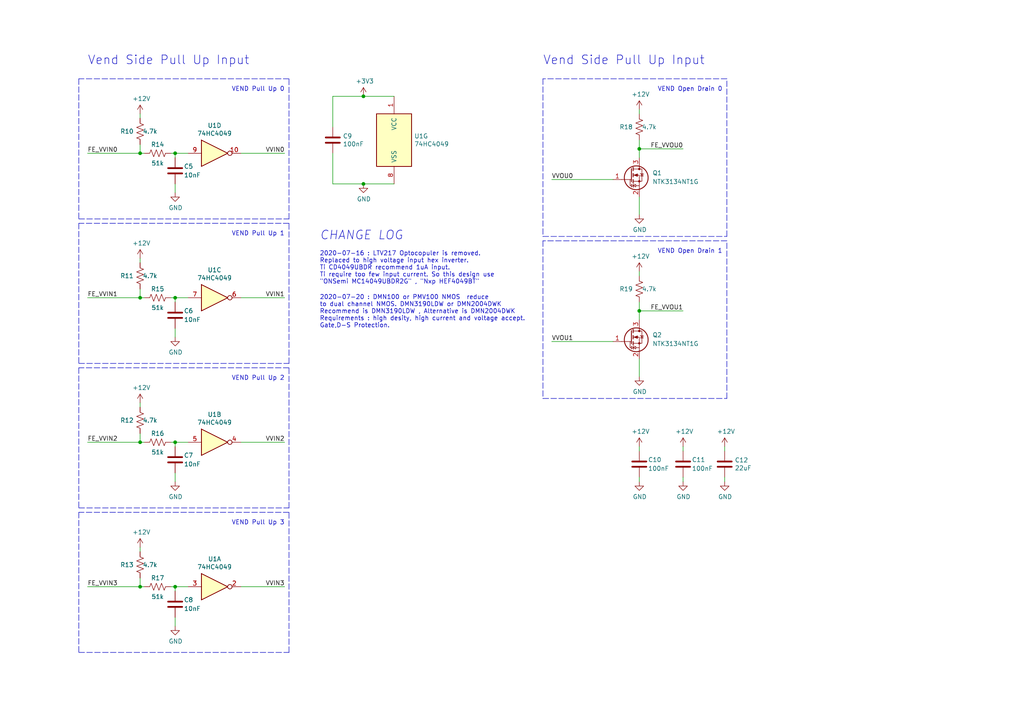
<source format=kicad_sch>
(kicad_sch (version 20210621) (generator eeschema)
  (paper "A4")
  (lib_symbols
    (symbol "4xxx:4049" (pin_names (offset 1.016))
      (property "Reference" "U" (at 0 1.27 0))
      (property "Value" "4049" (at 0 -1.27 0))
      (symbol "4049_1_0"
        (polyline (pts (xy -3.81 3.81) (xy -3.81 -3.81) (xy 3.81 0) (xy -3.81 3.81)) (stroke (width 0.254)) (fill (type background)))
        (pin output inverted (at 7.62 0 180) (length 3.81) (name "~") (number "2"))
        (pin input line (at -7.62 0 0) (length 3.81) (name "~") (number "3"))
      )
      (symbol "4049_2_0"
        (polyline (pts (xy -3.81 3.81) (xy -3.81 -3.81) (xy 3.81 0) (xy -3.81 3.81)) (stroke (width 0.254)) (fill (type background)))
        (pin output inverted (at 7.62 0 180) (length 3.81) (name "~") (number "4"))
        (pin input line (at -7.62 0 0) (length 3.81) (name "~") (number "5"))
      )
      (symbol "4049_3_0"
        (polyline (pts (xy -3.81 3.81) (xy -3.81 -3.81) (xy 3.81 0) (xy -3.81 3.81)) (stroke (width 0.254)) (fill (type background)))
        (pin output inverted (at 7.62 0 180) (length 3.81) (name "~") (number "6"))
        (pin input line (at -7.62 0 0) (length 3.81) (name "~") (number "7"))
      )
      (symbol "4049_4_0"
        (polyline (pts (xy -3.81 3.81) (xy -3.81 -3.81) (xy 3.81 0) (xy -3.81 3.81)) (stroke (width 0.254)) (fill (type background)))
        (pin output inverted (at 7.62 0 180) (length 3.81) (name "~") (number "10"))
        (pin input line (at -7.62 0 0) (length 3.81) (name "~") (number "9"))
      )
      (symbol "4049_5_0"
        (polyline (pts (xy -3.81 3.81) (xy -3.81 -3.81) (xy 3.81 0) (xy -3.81 3.81)) (stroke (width 0.254)) (fill (type background)))
        (pin input line (at -7.62 0 0) (length 3.81) (name "~") (number "11"))
        (pin output inverted (at 7.62 0 180) (length 3.81) (name "~") (number "12"))
      )
      (symbol "4049_6_0"
        (polyline (pts (xy -3.81 3.81) (xy -3.81 -3.81) (xy 3.81 0) (xy -3.81 3.81)) (stroke (width 0.254)) (fill (type background)))
        (pin input line (at -7.62 0 0) (length 3.81) (name "~") (number "14"))
        (pin output inverted (at 7.62 0 180) (length 3.81) (name "~") (number "15"))
      )
      (symbol "4049_7_0"
        (pin power_in line (at 0 12.7 270) (length 5.08) (name "VCC") (number "1"))
        (pin power_in line (at 0 -12.7 90) (length 5.08) (name "VSS") (number "8"))
      )
      (symbol "4049_7_1"
        (rectangle (start -5.08 7.62) (end 5.08 -7.62) (stroke (width 0.254)) (fill (type background)))
      )
    )
    (symbol "Device:C" (pin_numbers hide) (pin_names (offset 0.254))
      (property "Reference" "C" (at 0.635 2.54 0))
      (property "Value" "C" (at 0.635 -2.54 0))
      (symbol "C_0_1"
        (polyline (pts (xy -2.032 -0.762) (xy 2.032 -0.762)) (stroke (width 0.508)))
        (polyline (pts (xy -2.032 0.762) (xy 2.032 0.762)) (stroke (width 0.508)))
      )
      (symbol "C_1_1"
        (pin passive line (at 0 3.81 270) (length 2.794) (name "~") (number "1"))
        (pin passive line (at 0 -3.81 90) (length 2.794) (name "~") (number "2"))
      )
    )
    (symbol "Device:R_US" (pin_numbers hide) (pin_names (offset 0))
      (property "Reference" "R" (at 2.54 0 90))
      (property "Value" "R_US" (at -2.54 0 90))
      (symbol "R_US_0_1"
        (polyline (pts (xy 0 -2.286) (xy 0 -2.54)))
        (polyline (pts (xy 0 2.286) (xy 0 2.54)))
        (polyline (pts (xy 0 -0.762) (xy 1.016 -1.143) (xy 0 -1.524) (xy -1.016 -1.905) (xy 0 -2.286)))
        (polyline (pts (xy 0 0.762) (xy 1.016 0.381) (xy 0 0) (xy -1.016 -0.381) (xy 0 -0.762)))
        (polyline (pts (xy 0 2.286) (xy 1.016 1.905) (xy 0 1.524) (xy -1.016 1.143) (xy 0 0.762)))
      )
      (symbol "R_US_1_1"
        (pin passive line (at 0 3.81 270) (length 1.27) (name "~") (number "1"))
        (pin passive line (at 0 -3.81 90) (length 1.27) (name "~") (number "2"))
      )
    )
    (symbol "Transistor_FET_Extended:DMN100-7-F" (pin_names hide)
      (property "Reference" "Q" (at 5.08 1.905 0))
      (property "Value" "DMN100-7-F" (at 5.08 0 0))
      (symbol "DMN100-7-F_0_1"
        (circle (center 2.54 -0.508) (radius 0.254) (fill (type outline)))
        (circle (center 2.54 3.048) (radius 0.254) (fill (type outline)))
        (polyline (pts (xy 0.254 0) (xy -2.54 0)))
        (polyline (pts (xy 0.254 3.175) (xy 0.254 -0.635)) (stroke (width 0.254)))
        (polyline (pts (xy 0.762 0) (xy 0.762 -1.016)) (stroke (width 0.254)))
        (polyline (pts (xy 0.762 1.778) (xy 0.762 0.762)) (stroke (width 0.254)))
        (polyline (pts (xy 0.762 3.556) (xy 0.762 2.54)) (stroke (width 0.254)))
        (polyline (pts (xy 2.54 -1.778) (xy 1.524 -1.778)))
        (polyline (pts (xy 2.54 3.81) (xy 2.54 3.048)))
        (polyline (pts (xy -0.127 0) (xy -0.127 -1.778) (xy 0.254 -1.778)))
        (polyline (pts (xy 2.54 -2.54) (xy 2.54 1.27) (xy 0.762 1.27)))
        (polyline (pts (xy 0.762 -0.508) (xy 3.302 -0.508) (xy 3.302 3.048) (xy 0.762 3.048)))
        (polyline (pts (xy 2.794 1.778) (xy 2.921 1.651) (xy 3.683 1.651) (xy 3.81 1.524)))
        (polyline (pts (xy 3.302 1.651) (xy 2.921 1.016) (xy 3.683 1.016) (xy 3.302 1.651)))
        (polyline (pts (xy 1.016 1.27) (xy 2.032 1.651) (xy 2.032 0.889) (xy 1.016 1.27)) (fill (type outline)))
      )
      (symbol "DMN100-7-F_1_1"
        (circle (center 1.651 0.508) (radius 3.4544) (stroke (width 0.254)))
        (polyline (pts (xy 0.762 -2.286) (xy 0.889 -2.159) (xy 0.889 -1.397) (xy 1.016 -1.27)))
        (polyline (pts (xy 0.889 -1.778) (xy 0.254 -1.397) (xy 0.254 -2.159) (xy 0.889 -1.778)))
        (polyline (pts (xy 0.889 -1.778) (xy 1.524 -2.159) (xy 1.524 -1.397) (xy 0.889 -1.778)))
        (pin input line (at -5.08 0 0) (length 2.54) (name "G") (number "1"))
        (pin passive line (at 2.54 -5.08 90) (length 2.54) (name "S") (number "2"))
        (pin passive line (at 2.54 6.35 270) (length 2.54) (name "D") (number "3"))
      )
    )
    (symbol "power:+12V" (power) (pin_names (offset 0))
      (property "Value" "+12V" (at 0 3.556 0))
      (symbol "+12V_0_1"
        (polyline (pts (xy -0.762 1.27) (xy 0 2.54)))
        (polyline (pts (xy 0 0) (xy 0 2.54)))
        (polyline (pts (xy 0 2.54) (xy 0.762 1.27)))
      )
      (symbol "+12V_1_1"
        (pin power_in line (at 0 0 90) (length 0) hide (name "+12V") (number "1"))
      )
    )
    (symbol "power:+3V3" (power) (pin_names (offset 0))
      (property "Value" "+3V3" (at 0 3.556 0))
      (symbol "+3V3_0_1"
        (polyline (pts (xy -0.762 1.27) (xy 0 2.54)))
        (polyline (pts (xy 0 0) (xy 0 2.54)))
        (polyline (pts (xy 0 2.54) (xy 0.762 1.27)))
      )
      (symbol "+3V3_1_1"
        (pin power_in line (at 0 0 90) (length 0) hide (name "+3V3") (number "1"))
      )
    )
    (symbol "power:GND" (power) (pin_names (offset 0))
      (property "Value" "GND" (at 0 -3.81 0))
      (symbol "GND_0_1"
        (polyline (pts (xy 0 0) (xy 0 -1.27) (xy 1.27 -1.27) (xy 0 -2.54) (xy -1.27 -1.27) (xy 0 -1.27)))
      )
      (symbol "GND_1_1"
        (pin power_in line (at 0 0 270) (length 0) hide (name "GND") (number "1"))
      )
    )
  )
  (junction (at 40.64 44.45) (diameter 0.9144))
  (junction (at 40.64 86.36) (diameter 0.9144))
  (junction (at 40.64 128.27) (diameter 0.9144))
  (junction (at 40.64 170.18) (diameter 0.9144))
  (junction (at 50.8 44.45) (diameter 0.9144))
  (junction (at 50.8 86.36) (diameter 0.9144))
  (junction (at 50.8 128.27) (diameter 0.9144))
  (junction (at 50.8 170.18) (diameter 0.9144))
  (junction (at 105.41 27.94) (diameter 0.9144))
  (junction (at 105.41 53.34) (diameter 0.9144))
  (junction (at 185.42 43.18) (diameter 0.9144))
  (junction (at 185.42 90.17) (diameter 0.9144))
  (junction (at 384.81 69.85) (diameter 0.9144))
  (junction (at 384.81 102.87) (diameter 0.9144))
  (wire (pts (xy 25.4 44.45) (xy 40.64 44.45)))
  (wire (pts (xy 25.4 86.36) (xy 40.64 86.36)))
  (wire (pts (xy 25.4 128.27) (xy 40.64 128.27)))
  (wire (pts (xy 25.4 170.18) (xy 40.64 170.18)))
  (wire (pts (xy 40.64 34.29) (xy 40.64 33.02)))
  (wire (pts (xy 40.64 41.91) (xy 40.64 44.45)))
  (wire (pts (xy 40.64 76.2) (xy 40.64 74.93)))
  (wire (pts (xy 40.64 83.82) (xy 40.64 86.36)))
  (wire (pts (xy 40.64 118.11) (xy 40.64 116.84)))
  (wire (pts (xy 40.64 125.73) (xy 40.64 128.27)))
  (wire (pts (xy 40.64 160.02) (xy 40.64 158.75)))
  (wire (pts (xy 40.64 167.64) (xy 40.64 170.18)))
  (wire (pts (xy 41.91 44.45) (xy 40.64 44.45)))
  (wire (pts (xy 41.91 86.36) (xy 40.64 86.36)))
  (wire (pts (xy 41.91 128.27) (xy 40.64 128.27)))
  (wire (pts (xy 41.91 170.18) (xy 40.64 170.18)))
  (wire (pts (xy 49.53 44.45) (xy 50.8 44.45)))
  (wire (pts (xy 49.53 86.36) (xy 50.8 86.36)))
  (wire (pts (xy 49.53 128.27) (xy 50.8 128.27)))
  (wire (pts (xy 49.53 170.18) (xy 50.8 170.18)))
  (wire (pts (xy 50.8 44.45) (xy 54.61 44.45)))
  (wire (pts (xy 50.8 45.72) (xy 50.8 44.45)))
  (wire (pts (xy 50.8 55.88) (xy 50.8 53.34)))
  (wire (pts (xy 50.8 86.36) (xy 54.61 86.36)))
  (wire (pts (xy 50.8 87.63) (xy 50.8 86.36)))
  (wire (pts (xy 50.8 97.79) (xy 50.8 95.25)))
  (wire (pts (xy 50.8 128.27) (xy 54.61 128.27)))
  (wire (pts (xy 50.8 129.54) (xy 50.8 128.27)))
  (wire (pts (xy 50.8 139.7) (xy 50.8 137.16)))
  (wire (pts (xy 50.8 170.18) (xy 54.61 170.18)))
  (wire (pts (xy 50.8 171.45) (xy 50.8 170.18)))
  (wire (pts (xy 50.8 181.61) (xy 50.8 179.07)))
  (wire (pts (xy 82.55 44.45) (xy 69.85 44.45)))
  (wire (pts (xy 82.55 86.36) (xy 69.85 86.36)))
  (wire (pts (xy 82.55 128.27) (xy 69.85 128.27)))
  (wire (pts (xy 82.55 170.18) (xy 69.85 170.18)))
  (wire (pts (xy 96.52 27.94) (xy 105.41 27.94)))
  (wire (pts (xy 96.52 36.83) (xy 96.52 27.94)))
  (wire (pts (xy 96.52 44.45) (xy 96.52 53.34)))
  (wire (pts (xy 96.52 53.34) (xy 105.41 53.34)))
  (wire (pts (xy 105.41 53.34) (xy 114.3 53.34)))
  (wire (pts (xy 114.3 27.94) (xy 105.41 27.94)))
  (wire (pts (xy 160.02 52.07) (xy 177.8 52.07)))
  (wire (pts (xy 160.02 99.06) (xy 177.8 99.06)))
  (wire (pts (xy 185.42 33.02) (xy 185.42 31.75)))
  (wire (pts (xy 185.42 40.64) (xy 185.42 43.18)))
  (wire (pts (xy 185.42 43.18) (xy 185.42 45.72)))
  (wire (pts (xy 185.42 57.15) (xy 185.42 62.23)))
  (wire (pts (xy 185.42 80.01) (xy 185.42 78.74)))
  (wire (pts (xy 185.42 87.63) (xy 185.42 90.17)))
  (wire (pts (xy 185.42 90.17) (xy 185.42 92.71)))
  (wire (pts (xy 185.42 104.14) (xy 185.42 109.22)))
  (wire (pts (xy 185.42 130.81) (xy 185.42 129.54)))
  (wire (pts (xy 185.42 139.7) (xy 185.42 138.43)))
  (wire (pts (xy 198.12 43.18) (xy 185.42 43.18)))
  (wire (pts (xy 198.12 90.17) (xy 185.42 90.17)))
  (wire (pts (xy 198.12 130.81) (xy 198.12 129.54)))
  (wire (pts (xy 198.12 139.7) (xy 198.12 138.43)))
  (wire (pts (xy 210.185 129.54) (xy 210.185 130.81)))
  (wire (pts (xy 210.185 139.7) (xy 210.185 138.43)))
  (wire (pts (xy 359.41 69.85) (xy 375.92 69.85)))
  (wire (pts (xy 359.41 102.87) (xy 375.92 102.87)))
  (wire (pts (xy 383.54 69.85) (xy 384.81 69.85)))
  (wire (pts (xy 383.54 102.87) (xy 384.81 102.87)))
  (wire (pts (xy 384.81 69.85) (xy 388.62 69.85)))
  (wire (pts (xy 384.81 71.12) (xy 384.81 69.85)))
  (wire (pts (xy 384.81 80.01) (xy 384.81 78.74)))
  (wire (pts (xy 384.81 102.87) (xy 388.62 102.87)))
  (wire (pts (xy 384.81 104.14) (xy 384.81 102.87)))
  (wire (pts (xy 384.81 113.03) (xy 384.81 111.76)))
  (wire (pts (xy 384.81 128.905) (xy 384.81 130.175)))
  (wire (pts (xy 384.81 139.065) (xy 384.81 137.795)))
  (wire (pts (xy 416.56 69.85) (xy 403.86 69.85)))
  (wire (pts (xy 416.56 102.87) (xy 403.86 102.87)))
  (polyline (pts (xy 22.86 22.86) (xy 22.86 63.5)) (stroke (width 0) (type dash)))
  (polyline (pts (xy 22.86 63.5) (xy 83.82 63.5)) (stroke (width 0) (type dash)))
  (polyline (pts (xy 22.86 64.77) (xy 22.86 105.41)) (stroke (width 0) (type dash)))
  (polyline (pts (xy 22.86 105.41) (xy 83.82 105.41)) (stroke (width 0) (type dash)))
  (polyline (pts (xy 22.86 106.68) (xy 22.86 147.32)) (stroke (width 0) (type dash)))
  (polyline (pts (xy 22.86 147.32) (xy 83.82 147.32)) (stroke (width 0) (type dash)))
  (polyline (pts (xy 22.86 148.59) (xy 22.86 189.23)) (stroke (width 0) (type dash)))
  (polyline (pts (xy 22.86 189.23) (xy 83.82 189.23)) (stroke (width 0) (type dash)))
  (polyline (pts (xy 83.82 22.86) (xy 22.86 22.86)) (stroke (width 0) (type dash)))
  (polyline (pts (xy 83.82 63.5) (xy 83.82 22.86)) (stroke (width 0) (type dash)))
  (polyline (pts (xy 83.82 64.77) (xy 22.86 64.77)) (stroke (width 0) (type dash)))
  (polyline (pts (xy 83.82 105.41) (xy 83.82 64.77)) (stroke (width 0) (type dash)))
  (polyline (pts (xy 83.82 106.68) (xy 22.86 106.68)) (stroke (width 0) (type dash)))
  (polyline (pts (xy 83.82 147.32) (xy 83.82 106.68)) (stroke (width 0) (type dash)))
  (polyline (pts (xy 83.82 148.59) (xy 22.86 148.59)) (stroke (width 0) (type dash)))
  (polyline (pts (xy 83.82 189.23) (xy 83.82 148.59)) (stroke (width 0) (type dash)))
  (polyline (pts (xy 157.48 22.86) (xy 157.48 68.58)) (stroke (width 0) (type dash)))
  (polyline (pts (xy 157.48 68.58) (xy 210.82 68.58)) (stroke (width 0) (type dash)))
  (polyline (pts (xy 157.48 69.85) (xy 157.48 115.57)) (stroke (width 0) (type dash)))
  (polyline (pts (xy 157.48 115.57) (xy 210.82 115.57)) (stroke (width 0) (type dash)))
  (polyline (pts (xy 210.82 22.86) (xy 157.48 22.86)) (stroke (width 0) (type dash)))
  (polyline (pts (xy 210.82 68.58) (xy 210.82 22.86)) (stroke (width 0) (type dash)))
  (polyline (pts (xy 210.82 69.85) (xy 157.48 69.85)) (stroke (width 0) (type dash)))
  (polyline (pts (xy 210.82 115.57) (xy 210.82 69.85)) (stroke (width 0) (type dash)))
  (polyline (pts (xy 356.87 55.88) (xy 356.87 86.36)) (stroke (width 0) (type dash)))
  (polyline (pts (xy 356.87 86.36) (xy 417.83 86.36)) (stroke (width 0) (type dash)))
  (polyline (pts (xy 356.87 88.9) (xy 356.87 119.38)) (stroke (width 0) (type dash)))
  (polyline (pts (xy 356.87 119.38) (xy 417.83 119.38)) (stroke (width 0) (type dash)))
  (polyline (pts (xy 417.83 55.88) (xy 356.87 55.88)) (stroke (width 0) (type dash)))
  (polyline (pts (xy 417.83 55.88) (xy 417.83 86.36)) (stroke (width 0) (type dash)))
  (polyline (pts (xy 417.83 88.9) (xy 356.87 88.9)) (stroke (width 0) (type dash)))
  (polyline (pts (xy 417.83 88.9) (xy 417.83 119.38)) (stroke (width 0) (type dash)))
  (text "Vend Side Pull Up Input" (at 25.4 19.05 0) (effects (font (size 2.54 2.54)) (justify left bottom)))
  (text "VEND Pull Up 0" (at 82.55 26.67 180) (effects (font (size 1.27 1.27)) (justify right bottom)))
  (text "VEND Pull Up 1" (at 82.55 68.58 180) (effects (font (size 1.27 1.27)) (justify right bottom)))
  (text "VEND Pull Up 2" (at 82.55 110.49 180) (effects (font (size 1.27 1.27)) (justify right bottom)))
  (text "VEND Pull Up 3" (at 82.55 152.4 180) (effects (font (size 1.27 1.27)) (justify right bottom)))
  (text "CHANGE LOG" (at 92.71 69.85 0) (effects (font (size 2.54 2.54) italic) (justify left bottom)))
  (text "2020-07-16 : LTV217 Optocopuler is removed.\nReplaced to high voltage input hex inverter.\nTi CD4049UBDR recommend 1uA input.\nTi require too few input current. So this design use\n\"ONSemi MC14049UBDR2G\" , \"Nxp HEF4049BT\"" (at 92.71 82.55 0) (effects (font (size 1.27 1.27)) (justify left bottom)))
  (text "2020-07-20 : DMN100 or PMV100 NMOS  reduce\nto dual channel NMOS. DMN3190LDW or DMN2004DWK\nRecommend is DMN3190LDW , Alternative is DMN2004DWK\nRequirements : high desity, high current and voltage accept.\nGate,D-S Protection." (at 92.71 95.25 0) (effects (font (size 1.27 1.27)) (justify left bottom)))
  (text "Vend Side Pull Up Input" (at 157.48 19.05 0) (effects (font (size 2.54 2.54)) (justify left bottom)))
  (text "VEND Open Drain 0" (at 209.55 26.67 180) (effects (font (size 1.27 1.27)) (justify right bottom)))
  (text "VEND Open Drain 1" (at 209.55 73.66 180) (effects (font (size 1.27 1.27)) (justify right bottom)))
  (text "2020-07-20 : DMN100 or PMV100 NMOS  reduce\nto dual channel NMOS.\nRecommend is DMN3190LDW and\nAlternative is DMN2004DWK\nRequirements : high desity, high current , Volt accept.\nGate,D-S Protection." (at 303.53 100.33 0) (effects (font (size 1.27 1.27)) (justify left bottom)))
  (text "PCB Side extSignal Invert Input" (at 356.87 53.34 0) (effects (font (size 2.54 2.54)) (justify left bottom)))
  (text "PCB Sig Invert 0" (at 415.29 59.69 180) (effects (font (size 1.27 1.27)) (justify right bottom)))
  (text "PCB Sig Invert 1" (at 415.29 92.71 180) (effects (font (size 1.27 1.27)) (justify right bottom)))
  (label "FE_VVIN0" (at 25.4 44.45 0))
  (label "FE_VVIN1" (at 25.4 86.36 0))
  (label "FE_VVIN2" (at 25.4 128.27 0))
  (label "FE_VVIN3" (at 25.4 170.18 0))
  (label "VVIN0" (at 82.55 44.45 180))
  (label "VVIN1" (at 82.55 86.36 180))
  (label "VVIN2" (at 82.55 128.27 180))
  (label "VVIN3" (at 82.55 170.18 180))
  (label "VVOU0" (at 160.02 52.07 0))
  (label "VVOU1" (at 160.02 99.06 0))
  (label "FE_VVOU0" (at 198.12 43.18 180))
  (label "FE_VVOU1" (at 198.12 90.17 180))
  (label "FE_PCIN0" (at 359.41 69.85 0))
  (label "FE_PCIN1" (at 359.41 102.87 0))
  (label "PCIN0" (at 416.56 69.85 180))
  (label "PCIN1" (at 416.56 102.87 180))
  (symbol (lib_id "power:+12V") (at 40.64 33.02 0) (unit 1)
    (property "Reference" "#PWR017" (effects hide))
    (property "Value" "+12V" (at 41.021 28.6258 0))
  )
  (symbol (lib_id "power:+12V") (at 40.64 74.93 0) (unit 1)
    (property "Reference" "#PWR018" (effects hide))
    (property "Value" "+12V" (at 41.021 70.5358 0))
  )
  (symbol (lib_id "power:+12V") (at 40.64 116.84 0) (unit 1)
    (property "Reference" "#PWR019" (effects hide))
    (property "Value" "+12V" (at 41.021 112.4458 0))
  )
  (symbol (lib_id "power:+12V") (at 40.64 158.75 0) (unit 1)
    (property "Reference" "#PWR020" (effects hide))
    (property "Value" "+12V" (at 41.021 154.3558 0))
  )
  (symbol (lib_id "power:+3V3") (at 105.41 27.94 0) (unit 1)
    (property "Reference" "#PWR025" (effects hide))
    (property "Value" "+3V3" (at 105.791 23.5458 0))
  )
  (symbol (lib_id "power:+12V") (at 185.42 31.75 0) (unit 1)
    (property "Reference" "#PWR027" (effects hide))
    (property "Value" "+12V" (at 185.801 27.3558 0))
  )
  (symbol (lib_id "power:+12V") (at 185.42 78.74 0) (unit 1)
    (property "Reference" "#PWR029" (effects hide))
    (property "Value" "+12V" (at 185.801 74.3458 0))
  )
  (symbol (lib_id "power:+12V") (at 185.42 129.54 0) (unit 1)
    (property "Reference" "#PWR031" (effects hide))
    (property "Value" "+12V" (at 185.801 125.1458 0))
  )
  (symbol (lib_id "power:+12V") (at 198.12 129.54 0) (unit 1)
    (property "Reference" "#PWR033" (effects hide))
    (property "Value" "+12V" (at 198.501 125.1458 0))
  )
  (symbol (lib_id "power:+12V") (at 210.185 129.54 0) (unit 1)
    (property "Reference" "#PWR035" (effects hide))
    (property "Value" "+12V" (at 210.566 125.1458 0))
  )
  (symbol (lib_id "power:+12V") (at 384.81 128.905 0) (unit 1)
    (property "Reference" "#PWR039" (effects hide))
    (property "Value" "+12V" (at 385.191 124.5108 0))
  )
  (symbol (lib_id "power:GND") (at 50.8 55.88 0) (unit 1)
    (property "Reference" "#PWR021" (effects hide))
    (property "Value" "GND" (at 50.927 60.2742 0))
  )
  (symbol (lib_id "power:GND") (at 50.8 97.79 0) (unit 1)
    (property "Reference" "#PWR022" (effects hide))
    (property "Value" "GND" (at 50.927 102.1842 0))
  )
  (symbol (lib_id "power:GND") (at 50.8 139.7 0) (unit 1)
    (property "Reference" "#PWR023" (effects hide))
    (property "Value" "GND" (at 50.927 144.0942 0))
  )
  (symbol (lib_id "power:GND") (at 50.8 181.61 0) (unit 1)
    (property "Reference" "#PWR024" (effects hide))
    (property "Value" "GND" (at 50.927 186.0042 0))
  )
  (symbol (lib_id "power:GND") (at 105.41 53.34 0) (unit 1)
    (property "Reference" "#PWR026" (effects hide))
    (property "Value" "GND" (at 105.537 57.7342 0))
  )
  (symbol (lib_id "power:GND") (at 185.42 62.23 0) (unit 1)
    (property "Reference" "#PWR028" (effects hide))
    (property "Value" "GND" (at 185.547 66.6242 0))
  )
  (symbol (lib_id "power:GND") (at 185.42 109.22 0) (unit 1)
    (property "Reference" "#PWR030" (effects hide))
    (property "Value" "GND" (at 185.547 113.6142 0))
  )
  (symbol (lib_id "power:GND") (at 185.42 139.7 0) (unit 1)
    (property "Reference" "#PWR032" (effects hide))
    (property "Value" "GND" (at 185.547 144.0942 0))
  )
  (symbol (lib_id "power:GND") (at 198.12 139.7 0) (unit 1)
    (property "Reference" "#PWR034" (effects hide))
    (property "Value" "GND" (at 198.247 144.0942 0))
  )
  (symbol (lib_id "power:GND") (at 210.185 139.7 0) (unit 1)
    (property "Reference" "#PWR036" (effects hide))
    (property "Value" "GND" (at 210.312 144.0942 0))
  )
  (symbol (lib_id "power:GND") (at 384.81 80.01 0) (unit 1)
    (property "Reference" "#PWR037" (effects hide))
    (property "Value" "GND" (at 384.937 84.4042 0))
  )
  (symbol (lib_id "power:GND") (at 384.81 113.03 0) (unit 1)
    (property "Reference" "#PWR038" (effects hide))
    (property "Value" "GND" (at 384.937 117.4242 0))
  )
  (symbol (lib_id "power:GND") (at 384.81 139.065 0) (unit 1)
    (property "Reference" "#PWR040" (effects hide))
    (property "Value" "GND" (at 384.937 143.4592 0))
  )
  (symbol (lib_id "Device:R_US") (at 40.64 38.1 180) (unit 1)
    (property "Reference" "R10" (at 36.83 38.1 0))
    (property "Value" "4.7k" (at 43.5356 38.1 0))
    (property "Footprint" "Resistor_SMD:R_0402_1005Metric" (effects hide))
    (property "LCSC Part" "C25900" (effects hide))
    (property "MFR.Part#" "0402WGF4701TCE" (effects hide))
    (property "Manufacturer" "ANY" (effects hide))
    (property "Mount" "SMD" (effects hide))
    (property "ODR.Part#" "RES 4.7k 1005" (effects hide))
    (property "Packaging" "1005" (effects hide))
    (property "Supplier" "JLCPCB-Basic" (effects hide))
  )
  (symbol (lib_id "Device:R_US") (at 40.64 80.01 180) (unit 1)
    (property "Reference" "R11" (at 36.83 80.01 0))
    (property "Value" "4.7k" (at 43.5356 80.01 0))
    (property "Footprint" "Resistor_SMD:R_0402_1005Metric" (effects hide))
    (property "LCSC Part" "C25900" (effects hide))
    (property "MFR.Part#" "0402WGF4701TCE" (effects hide))
    (property "Manufacturer" "ANY" (effects hide))
    (property "Mount" "SMD" (effects hide))
    (property "ODR.Part#" "RES 4.7k 1005" (effects hide))
    (property "Packaging" "1005" (effects hide))
    (property "Supplier" "JLCPCB-Basic" (effects hide))
  )
  (symbol (lib_id "Device:R_US") (at 40.64 121.92 180) (unit 1)
    (property "Reference" "R12" (at 36.83 121.92 0))
    (property "Value" "4.7k" (at 43.5356 121.92 0))
    (property "Footprint" "Resistor_SMD:R_0402_1005Metric" (effects hide))
    (property "LCSC Part" "C25900" (effects hide))
    (property "MFR.Part#" "0402WGF4701TCE" (effects hide))
    (property "Manufacturer" "ANY" (effects hide))
    (property "Mount" "SMD" (effects hide))
    (property "ODR.Part#" "RES 4.7k 1005" (effects hide))
    (property "Packaging" "1005" (effects hide))
    (property "Supplier" "JLCPCB-Basic" (effects hide))
  )
  (symbol (lib_id "Device:R_US") (at 40.64 163.83 180) (unit 1)
    (property "Reference" "R13" (at 36.83 163.83 0))
    (property "Value" "4.7k" (at 43.5356 163.83 0))
    (property "Footprint" "Resistor_SMD:R_0402_1005Metric" (effects hide))
    (property "LCSC Part" "C25900" (effects hide))
    (property "MFR.Part#" "0402WGF4701TCE" (effects hide))
    (property "Manufacturer" "ANY" (effects hide))
    (property "Mount" "SMD" (effects hide))
    (property "ODR.Part#" "RES 4.7k 1005" (effects hide))
    (property "Packaging" "1005" (effects hide))
    (property "Supplier" "JLCPCB-Basic" (effects hide))
  )
  (symbol (lib_id "Device:R_US") (at 45.72 44.45 90) (unit 1)
    (property "Reference" "R14" (at 45.72 41.91 90))
    (property "Value" "51k" (at 45.72 47.3456 90))
    (property "Footprint" "Resistor_SMD:R_0402_1005Metric" (effects hide))
    (property "LCSC Part" "C25794" (effects hide))
    (property "MFR.Part#" "0402WGF5102TCE" (effects hide))
    (property "Manufacturer" "ANY" (effects hide))
    (property "Mount" "SMD" (effects hide))
    (property "ODR.Part#" "RES 51k 1005" (effects hide))
    (property "Packaging" "1005" (effects hide))
    (property "Supplier" "JLCPCB-Basic" (effects hide))
  )
  (symbol (lib_id "Device:R_US") (at 45.72 86.36 90) (unit 1)
    (property "Reference" "R15" (at 45.72 83.82 90))
    (property "Value" "51k" (at 45.72 89.2556 90))
    (property "Footprint" "Resistor_SMD:R_0402_1005Metric" (effects hide))
    (property "LCSC Part" "C25794" (effects hide))
    (property "MFR.Part#" "0402WGF5102TCE" (effects hide))
    (property "Manufacturer" "ANY" (effects hide))
    (property "Mount" "SMD" (effects hide))
    (property "ODR.Part#" "RES 51k 1005" (effects hide))
    (property "Packaging" "1005" (effects hide))
    (property "Supplier" "JLCPCB-Basic" (effects hide))
  )
  (symbol (lib_id "Device:R_US") (at 45.72 128.27 90) (unit 1)
    (property "Reference" "R16" (at 45.72 125.73 90))
    (property "Value" "51k" (at 45.72 131.1656 90))
    (property "Footprint" "Resistor_SMD:R_0402_1005Metric" (effects hide))
    (property "LCSC Part" "C25794" (effects hide))
    (property "MFR.Part#" "0402WGF5102TCE" (effects hide))
    (property "Manufacturer" "ANY" (effects hide))
    (property "Mount" "SMD" (effects hide))
    (property "ODR.Part#" "RES 51k 1005" (effects hide))
    (property "Packaging" "1005" (effects hide))
    (property "Supplier" "JLCPCB-Basic" (effects hide))
  )
  (symbol (lib_id "Device:R_US") (at 45.72 170.18 90) (unit 1)
    (property "Reference" "R17" (at 45.72 167.64 90))
    (property "Value" "51k" (at 45.72 173.0756 90))
    (property "Footprint" "Resistor_SMD:R_0402_1005Metric" (effects hide))
    (property "LCSC Part" "C25794" (effects hide))
    (property "MFR.Part#" "0402WGF5102TCE" (effects hide))
    (property "Manufacturer" "ANY" (effects hide))
    (property "Mount" "SMD" (effects hide))
    (property "ODR.Part#" "RES 51k 1005" (effects hide))
    (property "Packaging" "1005" (effects hide))
    (property "Supplier" "JLCPCB-Basic" (effects hide))
  )
  (symbol (lib_id "Device:R_US") (at 185.42 36.83 180) (unit 1)
    (property "Reference" "R18" (at 181.61 36.83 0))
    (property "Value" "4.7k" (at 188.3156 36.83 0))
    (property "Footprint" "Resistor_SMD:R_0402_1005Metric" (effects hide))
    (property "LCSC Part" "C25900" (effects hide))
    (property "MFR.Part#" "0402WGF4701TCE" (effects hide))
    (property "Manufacturer" "ANY" (effects hide))
    (property "Mount" "SMD" (effects hide))
    (property "ODR.Part#" "RES 4.7k 1005" (effects hide))
    (property "Packaging" "1005" (effects hide))
    (property "Supplier" "JLCPCB-Basic" (effects hide))
  )
  (symbol (lib_id "Device:R_US") (at 185.42 83.82 180) (unit 1)
    (property "Reference" "R19" (at 181.61 83.82 0))
    (property "Value" "4.7k" (at 188.3156 83.82 0))
    (property "Footprint" "Resistor_SMD:R_0402_1005Metric" (effects hide))
    (property "LCSC Part" "C25900" (effects hide))
    (property "MFR.Part#" "0402WGF4701TCE" (effects hide))
    (property "Manufacturer" "ANY" (effects hide))
    (property "Mount" "SMD" (effects hide))
    (property "ODR.Part#" "RES 4.7k 1005" (effects hide))
    (property "Packaging" "1005" (effects hide))
    (property "Supplier" "JLCPCB-Basic" (effects hide))
  )
  (symbol (lib_id "Device:R_US") (at 379.73 69.85 90) (unit 1)
    (property "Reference" "R20" (at 379.73 67.31 90))
    (property "Value" "51k" (at 379.73 72.7456 90))
    (property "Footprint" "Resistor_SMD:R_0402_1005Metric" (effects hide))
    (property "LCSC Part" "C25794" (effects hide))
    (property "MFR.Part#" "0402WGF5102TCE" (effects hide))
    (property "Manufacturer" "ANY" (effects hide))
    (property "Mount" "SMD" (effects hide))
    (property "ODR.Part#" "RES 51k 1005" (effects hide))
    (property "Packaging" "1005" (effects hide))
    (property "Supplier" "JLCPCB-Basic" (effects hide))
  )
  (symbol (lib_id "Device:R_US") (at 379.73 102.87 90) (unit 1)
    (property "Reference" "R21" (at 379.73 100.33 90))
    (property "Value" "51k" (at 379.73 105.7656 90))
    (property "Footprint" "Resistor_SMD:R_0402_1005Metric" (effects hide))
    (property "LCSC Part" "C25794" (effects hide))
    (property "MFR.Part#" "0402WGF5102TCE" (effects hide))
    (property "Manufacturer" "ANY" (effects hide))
    (property "Mount" "SMD" (effects hide))
    (property "ODR.Part#" "RES 51k 1005" (effects hide))
    (property "Packaging" "1005" (effects hide))
    (property "Supplier" "JLCPCB-Basic" (effects hide))
  )
  (symbol (lib_id "Device:C") (at 50.8 49.53 0) (unit 1)
    (property "Reference" "C5" (at 53.34 48.26 0) (effects (justify left)))
    (property "Value" "10nF" (at 53.34 50.8 0) (effects (justify left)))
    (property "Footprint" "Capacitor_SMD:C_0402_1005Metric" (effects hide))
    (property "Datasheet" "https://www.samsungsem.com/resources/file/global/support/product_catalog/MLCC.pdf" (effects hide))
    (property "LCSC Part" "C15195" (effects hide))
    (property "MFR.Part#" "CL05B103KB5NNNC" (effects hide))
    (property "Manufacturer" "ANY" (effects hide))
    (property "Mount" "SMD" (effects hide))
    (property "ODR.Part#" "CAP 10nF 1005" (effects hide))
    (property "Packaging" "1005" (effects hide))
    (property "Supplier" "JLCPCB-Basic" (effects hide))
  )
  (symbol (lib_id "Device:C") (at 50.8 91.44 0) (unit 1)
    (property "Reference" "C6" (at 53.34 90.17 0) (effects (justify left)))
    (property "Value" "10nF" (at 53.34 92.71 0) (effects (justify left)))
    (property "Footprint" "Capacitor_SMD:C_0402_1005Metric" (effects hide))
    (property "Datasheet" "https://www.samsungsem.com/resources/file/global/support/product_catalog/MLCC.pdf" (effects hide))
    (property "LCSC Part" "C15195" (effects hide))
    (property "MFR.Part#" "CL05B103KB5NNNC" (effects hide))
    (property "Manufacturer" "ANY" (effects hide))
    (property "Mount" "SMD" (effects hide))
    (property "ODR.Part#" "CAP 10nF 1005" (effects hide))
    (property "Packaging" "1005" (effects hide))
    (property "Supplier" "JLCPCB-Basic" (effects hide))
  )
  (symbol (lib_id "Device:C") (at 50.8 133.35 0) (unit 1)
    (property "Reference" "C7" (at 53.34 132.08 0) (effects (justify left)))
    (property "Value" "10nF" (at 53.34 134.62 0) (effects (justify left)))
    (property "Footprint" "Capacitor_SMD:C_0402_1005Metric" (effects hide))
    (property "Datasheet" "https://www.samsungsem.com/resources/file/global/support/product_catalog/MLCC.pdf" (effects hide))
    (property "LCSC Part" "C15195" (effects hide))
    (property "MFR.Part#" "CL05B103KB5NNNC" (effects hide))
    (property "Manufacturer" "ANY" (effects hide))
    (property "Mount" "SMD" (effects hide))
    (property "ODR.Part#" "CAP 10nF 1005" (effects hide))
    (property "Packaging" "1005" (effects hide))
    (property "Supplier" "JLCPCB-Basic" (effects hide))
  )
  (symbol (lib_id "Device:C") (at 50.8 175.26 0) (unit 1)
    (property "Reference" "C8" (at 53.34 173.99 0) (effects (justify left)))
    (property "Value" "10nF" (at 53.34 176.53 0) (effects (justify left)))
    (property "Footprint" "Capacitor_SMD:C_0402_1005Metric" (effects hide))
    (property "Datasheet" "https://www.samsungsem.com/resources/file/global/support/product_catalog/MLCC.pdf" (effects hide))
    (property "LCSC Part" "C15195" (effects hide))
    (property "MFR.Part#" "CL05B103KB5NNNC" (effects hide))
    (property "Manufacturer" "ANY" (effects hide))
    (property "Mount" "SMD" (effects hide))
    (property "ODR.Part#" "CAP 10nF 1005" (effects hide))
    (property "Packaging" "1005" (effects hide))
    (property "Supplier" "JLCPCB-Basic" (effects hide))
  )
  (symbol (lib_id "Device:C") (at 96.52 40.64 0) (unit 1)
    (property "Reference" "C9" (at 99.441 39.4716 0) (effects (justify left)))
    (property "Value" "100nF" (at 99.441 41.783 0) (effects (justify left)))
    (property "Footprint" "Capacitor_SMD:C_0402_1005Metric" (effects hide))
    (property "Datasheet" "https://www.samsungsem.com/resources/file/global/support/product_catalog/MLCC.pdf" (effects hide))
    (property "LCSC Part" "C1525" (effects hide))
    (property "MFR.Part#" "CL05B104KO5NNNC" (effects hide))
    (property "Manufacturer" "ANY" (effects hide))
    (property "Mount" "SMD" (effects hide))
    (property "ODR.Part#" "CAP 100nF 1005" (effects hide))
    (property "Packaging" "1005" (effects hide))
    (property "Supplier" "JLCPCB-Basic" (effects hide))
  )
  (symbol (lib_id "Device:C") (at 185.42 134.62 0) (unit 1)
    (property "Reference" "C10" (at 187.96 133.35 0) (effects (justify left)))
    (property "Value" "100nF" (at 187.96 135.89 0) (effects (justify left)))
    (property "Footprint" "Capacitor_SMD:C_0402_1005Metric" (effects hide))
    (property "Datasheet" "https://www.samsungsem.com/resources/file/global/support/product_catalog/MLCC.pdf" (effects hide))
    (property "LCSC Part" "C1525" (effects hide))
    (property "MFR.Part#" "CL05B104KO5NNNC" (effects hide))
    (property "Manufacturer" "ANY" (effects hide))
    (property "Mount" "SMD" (effects hide))
    (property "ODR.Part#" "CAP 100nF 1005" (effects hide))
    (property "Packaging" "1005" (effects hide))
    (property "Supplier" "JLCPCB-Basic" (effects hide))
  )
  (symbol (lib_id "Device:C") (at 198.12 134.62 0) (unit 1)
    (property "Reference" "C11" (at 200.66 133.35 0) (effects (justify left)))
    (property "Value" "100nF" (at 200.66 135.89 0) (effects (justify left)))
    (property "Footprint" "Capacitor_SMD:C_0402_1005Metric" (effects hide))
    (property "Datasheet" "https://www.samsungsem.com/resources/file/global/support/product_catalog/MLCC.pdf" (effects hide))
    (property "LCSC Part" "C1525" (effects hide))
    (property "MFR.Part#" "CL05B104KO5NNNC" (effects hide))
    (property "Manufacturer" "ANY" (effects hide))
    (property "Mount" "SMD" (effects hide))
    (property "ODR.Part#" "CAP 100nF 1005" (effects hide))
    (property "Packaging" "1005" (effects hide))
    (property "Supplier" "JLCPCB-Basic" (effects hide))
  )
  (symbol (lib_id "Device:C") (at 210.185 134.62 0) (unit 1)
    (property "Reference" "C12" (at 213.106 133.4516 0) (effects (justify left)))
    (property "Value" "22uF" (at 213.106 135.763 0) (effects (justify left)))
    (property "Footprint" "Capacitor_SMD:C_0805_2012Metric" (effects hide))
    (property "Datasheet" "https://www.samsungsem.com/resources/file/global/support/product_catalog/MLCC.pdf" (effects hide))
    (property "LCSC Part" "C45783" (effects hide))
    (property "MFR.Part#" "CL21A226MAQNNNE" (effects hide))
    (property "Manufacturer" "ANY" (effects hide))
    (property "Mount" "SMD" (effects hide))
    (property "ODR.Part#" "CAP 22uF 25V 2012" (effects hide))
    (property "Packaging" "2012" (effects hide))
    (property "Supplier" "JLCPCB-Basic" (effects hide))
  )
  (symbol (lib_id "Device:C") (at 384.81 74.93 0) (unit 1)
    (property "Reference" "C13" (at 387.35 73.66 0) (effects (justify left)))
    (property "Value" "10nF" (at 387.35 76.2 0) (effects (justify left)))
    (property "Footprint" "Capacitor_SMD:C_0402_1005Metric" (effects hide))
    (property "Datasheet" "https://www.samsungsem.com/resources/file/global/support/product_catalog/MLCC.pdf" (effects hide))
    (property "LCSC Part" "C15195" (effects hide))
    (property "MFR.Part#" "CL05B103KB5NNNC" (effects hide))
    (property "Manufacturer" "ANY" (effects hide))
    (property "Mount" "SMD" (effects hide))
    (property "ODR.Part#" "CAP 10nF 1005" (effects hide))
    (property "Packaging" "1005" (effects hide))
    (property "Supplier" "JLCPCB-Basic" (effects hide))
  )
  (symbol (lib_id "Device:C") (at 384.81 107.95 0) (unit 1)
    (property "Reference" "C14" (at 387.35 106.68 0) (effects (justify left)))
    (property "Value" "10nF" (at 387.35 109.22 0) (effects (justify left)))
    (property "Footprint" "Capacitor_SMD:C_0402_1005Metric" (effects hide))
    (property "Datasheet" "https://www.samsungsem.com/resources/file/global/support/product_catalog/MLCC.pdf" (effects hide))
    (property "LCSC Part" "C15195" (effects hide))
    (property "MFR.Part#" "CL05B103KB5NNNC" (effects hide))
    (property "Manufacturer" "ANY" (effects hide))
    (property "Mount" "SMD" (effects hide))
    (property "ODR.Part#" "CAP 10nF 1005" (effects hide))
    (property "Packaging" "1005" (effects hide))
    (property "Supplier" "JLCPCB-Basic" (effects hide))
  )
  (symbol (lib_id "Device:C") (at 384.81 133.985 0) (unit 1)
    (property "Reference" "C15" (at 387.731 132.8166 0) (effects (justify left)))
    (property "Value" "22uF" (at 387.731 135.128 0) (effects (justify left)))
    (property "Footprint" "Capacitor_SMD:C_0805_2012Metric" (effects hide))
    (property "Datasheet" "https://www.samsungsem.com/resources/file/global/support/product_catalog/MLCC.pdf" (effects hide))
    (property "LCSC Part" "C45783" (effects hide))
    (property "MFR.Part#" "CL21A226MAQNNNE" (effects hide))
    (property "Manufacturer" "ANY" (effects hide))
    (property "Mount" "SMD" (effects hide))
    (property "ODR.Part#" "CAP 22uF 25V 2012" (effects hide))
    (property "Packaging" "2012" (effects hide))
    (property "Supplier" "JLCPCB-Basic" (effects hide))
  )
  (symbol (lib_id "4xxx:4049") (at 62.23 44.45 0) (unit 4)
    (property "Reference" "U1" (at 62.23 36.3982 0))
    (property "Value" "74HC4049" (at 62.23 38.7096 0))
    (property "Footprint" "Package_SO:TSSOP-16_4.4x5mm_P0.65mm" (effects hide))
    (property "Datasheet" "https://www.onsemi.com/pub/Collateral/MC14049UB-D.PDF" (effects hide))
    (property "MFR.Part#" "MC14049UBDTR2GOS" (effects hide))
    (property "Manufacturer" "On Semi" (effects hide))
    (property "Mount" "SMD" (effects hide))
    (property "ODR.Part#" "MC14049UBDTR2GOS" (effects hide))
    (property "Packaging" "16-TSSOP (0.173\", 4.40mm Width)" (effects hide))
    (property "Supplier" "Digikey" (effects hide))
  )
  (symbol (lib_id "4xxx:4049") (at 62.23 86.36 0) (unit 3)
    (property "Reference" "U1" (at 62.23 78.3082 0))
    (property "Value" "74HC4049" (at 62.23 80.6196 0))
    (property "Footprint" "Package_SO:TSSOP-16_4.4x5mm_P0.65mm" (effects hide))
    (property "Datasheet" "https://www.onsemi.com/pub/Collateral/MC14049UB-D.PDF" (effects hide))
    (property "MFR.Part#" "MC14049UBDTR2GOS" (effects hide))
    (property "Manufacturer" "On Semi" (effects hide))
    (property "Mount" "SMD" (effects hide))
    (property "ODR.Part#" "MC14049UBDTR2GOS" (effects hide))
    (property "Packaging" "16-TSSOP (0.173\", 4.40mm Width)" (effects hide))
    (property "Supplier" "Digikey" (effects hide))
  )
  (symbol (lib_id "4xxx:4049") (at 62.23 128.27 0) (unit 2)
    (property "Reference" "U1" (at 62.23 120.2182 0))
    (property "Value" "74HC4049" (at 62.23 122.5296 0))
    (property "Footprint" "Package_SO:TSSOP-16_4.4x5mm_P0.65mm" (effects hide))
    (property "Datasheet" "https://www.onsemi.com/pub/Collateral/MC14049UB-D.PDF" (effects hide))
    (property "MFR.Part#" "MC14049UBDTR2GOS" (effects hide))
    (property "Manufacturer" "On Semi" (effects hide))
    (property "Mount" "SMD" (effects hide))
    (property "ODR.Part#" "MC14049UBDTR2GOS" (effects hide))
    (property "Packaging" "16-TSSOP (0.173\", 4.40mm Width)" (effects hide))
    (property "Supplier" "Digikey" (effects hide))
  )
  (symbol (lib_id "4xxx:4049") (at 62.23 170.18 0) (unit 1)
    (property "Reference" "U1" (at 62.23 162.1282 0))
    (property "Value" "74HC4049" (at 62.23 164.4396 0))
    (property "Footprint" "Package_SO:TSSOP-16_4.4x5mm_P0.65mm" (effects hide))
    (property "Datasheet" "https://www.onsemi.com/pub/Collateral/MC14049UB-D.PDF" (effects hide))
    (property "MFR.Part#" "MC14049UBDTR2GOS" (effects hide))
    (property "Manufacturer" "On Semi" (effects hide))
    (property "Mount" "SMD" (effects hide))
    (property "ODR.Part#" "MC14049UBDTR2GOS" (effects hide))
    (property "Packaging" "16-TSSOP (0.173\", 4.40mm Width)" (effects hide))
    (property "Supplier" "Digikey" (effects hide))
  )
  (symbol (lib_id "4xxx:4049") (at 396.24 69.85 0) (unit 5)
    (property "Reference" "U1" (at 396.24 61.7982 0))
    (property "Value" "74HC4049" (at 396.24 64.1096 0))
    (property "Footprint" "Package_SO:TSSOP-16_4.4x5mm_P0.65mm" (effects hide))
    (property "Datasheet" "https://www.onsemi.com/pub/Collateral/MC14049UB-D.PDF" (effects hide))
    (property "MFR.Part#" "MC14049UBDTR2GOS" (effects hide))
    (property "Manufacturer" "On Semi" (effects hide))
    (property "Mount" "SMD" (effects hide))
    (property "ODR.Part#" "MC14049UBDTR2GOS" (effects hide))
    (property "Packaging" "16-TSSOP (0.173\", 4.40mm Width)" (effects hide))
    (property "Supplier" "Digikey" (effects hide))
  )
  (symbol (lib_id "4xxx:4049") (at 396.24 102.87 0) (unit 6)
    (property "Reference" "U1" (at 396.24 94.8182 0))
    (property "Value" "74HC4049" (at 396.24 97.1296 0))
    (property "Footprint" "Package_SO:TSSOP-16_4.4x5mm_P0.65mm" (effects hide))
    (property "Datasheet" "https://www.onsemi.com/pub/Collateral/MC14049UB-D.PDF" (effects hide))
    (property "MFR.Part#" "MC14049UBDTR2GOS" (effects hide))
    (property "Manufacturer" "On Semi" (effects hide))
    (property "Mount" "SMD" (effects hide))
    (property "ODR.Part#" "MC14049UBDTR2GOS" (effects hide))
    (property "Packaging" "16-TSSOP (0.173\", 4.40mm Width)" (effects hide))
    (property "Supplier" "Digikey" (effects hide))
  )
  (symbol (lib_id "Transistor_FET_Extended:DMN100-7-F") (at 182.88 52.07 0) (unit 1)
    (property "Reference" "Q1" (at 189.23 50.1649 0) (effects (justify left)))
    (property "Value" "NTK3134NT1G" (at 189.23 52.7049 0) (effects (justify left)))
    (property "Footprint" "Package_TO_SOT_SMD:SOT-723" (effects hide))
    (property "Datasheet" "https://www.onsemi.com/pdf/datasheet/ntk3134n-d.pdf" (effects hide))
    (property "MFR.Part#" "NTK3134NT1G" (effects hide))
    (property "ODR.Part#" "NTK3134NT1G" (effects hide))
    (property "Manufacturer" "ON Semicon" (effects hide))
    (property "Mount" "SMD" (effects hide))
    (property "Packaging" "SOT-723" (effects hide))
    (property "Supplier" "JLCPCB-Extended" (effects hide))
    (property "LCSC Part" "C97777" (effects hide))
  )
  (symbol (lib_id "Transistor_FET_Extended:DMN100-7-F") (at 182.88 99.06 0) (unit 1)
    (property "Reference" "Q2" (at 189.23 97.1549 0) (effects (justify left)))
    (property "Value" "NTK3134NT1G" (at 189.23 99.6949 0) (effects (justify left)))
    (property "Footprint" "Package_TO_SOT_SMD:SOT-723" (effects hide))
    (property "Datasheet" "https://www.onsemi.com/pdf/datasheet/ntk3134n-d.pdf" (effects hide))
    (property "MFR.Part#" "NTK3134NT1G" (effects hide))
    (property "ODR.Part#" "NTK3134NT1G" (effects hide))
    (property "Manufacturer" "ON Semicon" (effects hide))
    (property "Mount" "SMD" (effects hide))
    (property "Packaging" "SOT-723" (effects hide))
    (property "Supplier" "JLCPCB-Extended" (effects hide))
    (property "LCSC Part" "C97777" (effects hide))
  )
  (symbol (lib_id "4xxx:4049") (at 114.3 40.64 0) (unit 7)
    (property "Reference" "U1" (at 120.142 39.4716 0) (effects (justify left)))
    (property "Value" "74HC4049" (at 120.142 41.783 0) (effects (justify left)))
    (property "Footprint" "Package_SO:TSSOP-16_4.4x5mm_P0.65mm" (effects hide))
    (property "Datasheet" "https://www.onsemi.com/pub/Collateral/MC14049UB-D.PDF" (effects hide))
    (property "MFR.Part#" "MC14049UBDTR2GOS" (effects hide))
    (property "Manufacturer" "On Semi" (effects hide))
    (property "Mount" "SMD" (effects hide))
    (property "ODR.Part#" "MC14049UBDTR2GOS" (effects hide))
    (property "Packaging" "16-TSSOP (0.173\", 4.40mm Width)" (effects hide))
    (property "Supplier" "Digikey" (effects hide))
  )
)
</source>
